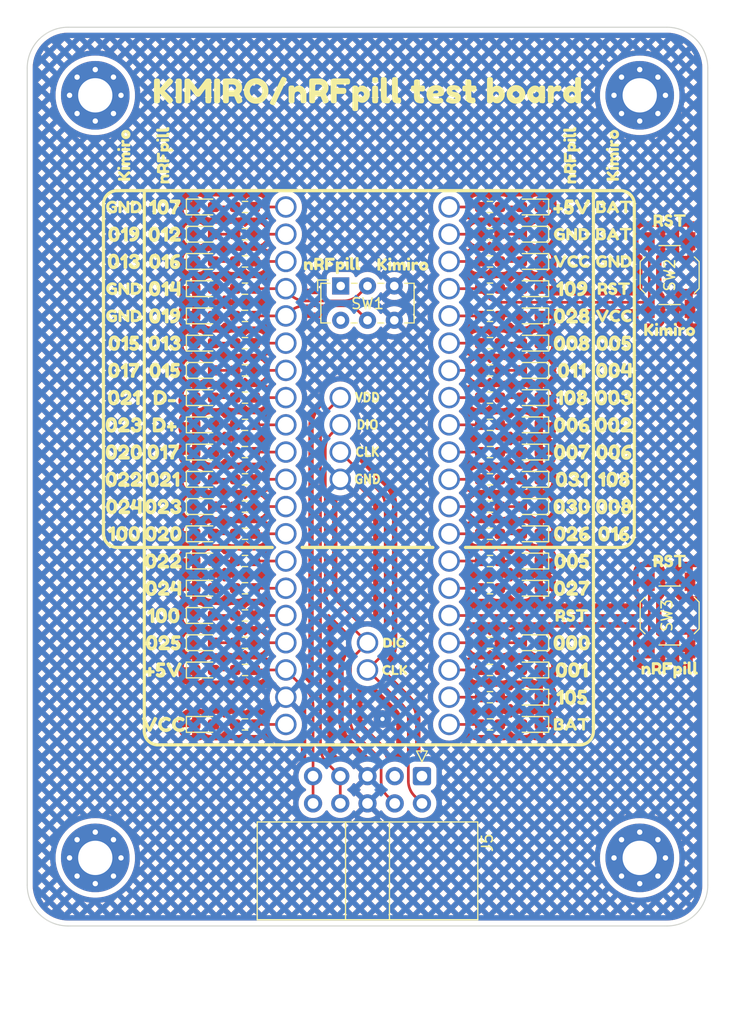
<source format=kicad_pcb>
(kicad_pcb (version 20211014) (generator pcbnew)
  (layers (0 "F.Cu" signal) (31 "B.Cu" signal) (34 "B.Paste" user) (35 "F.Paste" user) (36 "B.SilkS" user "B.Silkscreen") (37 "F.SilkS" user "F.Silkscreen") (38 "B.Mask" user) (39 "F.Mask" user) (44 "Edge.Cuts" user))
  (net 0 "")
  (net 5 "GND")
  (net 6 "Net-(D3-Pad2)")
  (net 7 "Net-(D5-Pad2)")
  (net 8 "Net-(D10-Pad2)")
  (net 9 "Net-(D11-Pad2)")
  (net 10 "Net-(D12-Pad2)")
  (net 11 "Net-(D13-Pad2)")
  (net 12 "Net-(D14-Pad2)")
  (net 13 "Net-(D15-Pad2)")
  (net 14 "Net-(D16-Pad2)")
  (net 15 "Net-(D17-Pad2)")
  (net 16 "Net-(D18-Pad2)")
  (net 17 "Net-(D19-Pad2)")
  (net 18 "Net-(D20-Pad2)")
  (net 19 "Net-(D21-Pad2)")
  (net 20 "Net-(D22-Pad2)")
  (net 21 "Net-(D23-Pad2)")
  (net 22 "Net-(D24-Pad2)")
  (net 23 "Net-(D25-Pad2)")
  (net 24 "Net-(D26-Pad2)")
  (net 25 "RST")
  (net 26 "SWCLK")
  (net 27 "SWDIO")
  (net 28 "+3V3")
  (net 29 "+5V")
  (net 30 "Net-(D1-Pad2)")
  (net 31 "RST_kimiro")
  (net 32 "RST_nRFpill")
  (net 33 "Net-(D2-Pad2)")
  (net 34 "Net-(D4-Pad2)")
  (net 35 "Net-(D6-Pad2)")
  (net 36 "Net-(D7-Pad2)")
  (net 37 "Net-(D8-Pad2)")
  (net 38 "Net-(D9-Pad2)")
  (net 39 "Net-(D27-Pad2)")
  (net 40 "Net-(D28-Pad2)")
  (net 41 "Net-(D29-Pad2)")
  (net 42 "Net-(D30-Pad2)")
  (net 43 "Net-(D31-Pad2)")
  (net 44 "Net-(D32-Pad2)")
  (net 45 "Net-(D33-Pad2)")
  (net 46 "Net-(D34-Pad2)")
  (net 47 "Net-(D35-Pad2)")
  (net 48 "Net-(D36-Pad2)")
  (net 49 "Net-(D37-Pad2)")
  (net 50 "Net-(D38-Pad2)")
  (net 51 "Net-(J3-Pad1)")
  (net 52 "Net-(J3-Pad2)")
  (net 53 "Net-(J3-Pad3)")
  (net 54 "Net-(J3-Pad4)")
  (net 55 "Net-(J3-Pad5)")
  (net 56 "Net-(J3-Pad6)")
  (net 57 "Net-(J3-Pad7)")
  (net 58 "Net-(J3-Pad8)")
  (net 59 "Net-(J3-Pad9)")
  (net 60 "Net-(J3-Pad10)")
  (net 61 "Net-(J3-Pad11)")
  (net 62 "Net-(J3-Pad12)")
  (net 63 "Net-(J3-Pad13)")
  (net 64 "Net-(J3-Pad14)")
  (net 65 "Net-(J3-Pad15)")
  (net 66 "Net-(J3-Pad16)")
  (net 67 "Net-(J3-Pad17)")
  (net 68 "Net-(J3-Pad20)")
  (net 69 "Net-(J4-Pad1)")
  (net 70 "Net-(J4-Pad2)")
  (net 71 "Net-(J4-Pad3)")
  (net 72 "Net-(J4-Pad5)")
  (net 73 "Net-(J4-Pad6)")
  (net 74 "Net-(J4-Pad7)")
  (net 75 "Net-(J4-Pad8)")
  (net 76 "Net-(J4-Pad9)")
  (net 77 "Net-(J4-Pad10)")
  (net 78 "Net-(J4-Pad11)")
  (net 79 "Net-(J4-Pad12)")
  (net 80 "Net-(J4-Pad13)")
  (net 81 "Net-(J4-Pad14)")
  (net 82 "Net-(J4-Pad15)")
  (net 83 "Net-(J4-Pad17)")
  (net 84 "Net-(J4-Pad18)")
  (net 85 "Net-(J4-Pad19)")
  (net 86 "Net-(J4-Pad20)")
  (footprint "Library:LED_0603_1608Metric_Pad1.05x0.95mm_HandSolder" (layer "F.Cu") (at 67.31 36.83)
    (fp_text reference "D3")
    (fp_text value "019")
  )
  (footprint "Library:LED_0603_1608Metric_Pad1.05x0.95mm_HandSolder" (layer "F.Cu") (at 67.31 74.93)
    (fp_text reference "D32")
    (fp_text value "025")
  )
  (footprint "Library:R_0603_1608Metric_Pad0.98x0.95mm_HandSolder" (layer "F.Cu") (at 93.98 69.85 180)
    (fp_text reference "R30")
    (fp_text value "10k")
  )
  (footprint "Library:R_0603_1608Metric_Pad0.98x0.95mm_HandSolder" (layer "F.Cu") (at 71.12 52.07 180)
    (fp_text reference "R15")
    (fp_text value "10k")
  )
  (footprint "Library:PinHeader_1x04_P2.54mm_Vertical" (layer "F.Cu") (at 82.55 72.39)
    (fp_text reference "J2")
    (fp_text value " ")
  )
  (footprint "kibuzzard-62E8BA80" (layer "F.Cu") (at 110.744 45.72)
    (fp_text reference "kibuzzard-62E8BA80" hide)
    (fp_text value "G***" hide)
  )
  (footprint "Library:PinHeader_1x04_P2.54mm_Vertical" (layer "F.Cu") (at 80.01 52.07)
    (fp_text reference "J1")
    (fp_text value " ")
  )
  (footprint "Library:R_0603_1608Metric_Pad0.98x0.95mm_HandSolder" (layer "F.Cu") (at 93.98 54.61)
    (fp_text reference "R18")
    (fp_text value "10k")
  )
  (footprint "kibuzzard-62FFA950" (layer "F.Cu") (at 101.6 67.31)
    (fp_text reference "kibuzzard-62FFA950" hide)
    (fp_text value "G***" hide)
  )
  (footprint "kibuzzard-62FFA9DB" (layer "F.Cu") (at 59.817 36.83)
    (fp_text reference "kibuzzard-62FFA9DB" hide)
    (fp_text value "G***" hide)
  )
  (footprint "kibuzzard-62E8C671" (layer "F.Cu") (at 85.852 39.624)
    (fp_text reference "kibuzzard-62E8C671" hide)
    (fp_text value "G***" hide)
  )
  (footprint "kibuzzard-62FFAA85" (layer "F.Cu") (at 105.537 39.37)
    (fp_text reference "kibuzzard-62FFAA85" hide)
    (fp_text value "G***" hide)
  )
  (footprint "kibuzzard-62FFA831" (layer "F.Cu") (at 63.5 62.23)
    (fp_text reference "kibuzzard-62FFA831" hide)
    (fp_text value "G***" hide)
  )
  (footprint "kibuzzard-62FFA81E" (layer "F.Cu") (at 63.5 57.15)
    (fp_text reference "kibuzzard-62FFA81E" hide)
    (fp_text value "G***" hide)
  )
  (footprint "Library:R_0603_1608Metric_Pad0.98x0.95mm_HandSolder" (layer "F.Cu") (at 93.98 74.93 180)
    (fp_text reference "R33")
    (fp_text value "10k")
  )
  (footprint "kibuzzard-62FFA95A" (layer "F.Cu") (at 101.6 69.85)
    (fp_text reference "kibuzzard-62FFA95A" hide)
    (fp_text value "G***" hide)
  )
  (footprint "kibuzzard-62FFA91D" (layer "F.Cu") (at 101.6 57.15)
    (fp_text reference "kibuzzard-62FFA91D" hide)
    (fp_text value "G***" hide)
  )
  (footprint "Library:R_0603_1608Metric_Pad0.98x0.95mm_HandSolder" (layer "F.Cu") (at 71.12 49.53 180)
    (fp_text reference "R13")
    (fp_text value "10k")
  )
  (footprint "kibuzzard-62FFAB6D" (layer "F.Cu") (at 85.09 77.47)
    (fp_text reference "kibuzzard-62FFAB6D" hide)
    (fp_text value "G***" hide)
  )
  (footprint "kibuzzard-62E8BA68" (layer "F.Cu") (at 110.744 35.56)
    (fp_text reference "kibuzzard-62E8BA68" hide)
    (fp_text value "G***" hide)
  )
  (footprint "Library:LED_0603_1608Metric_Pad1.05x0.95mm_HandSolder" (layer "F.Cu") (at 97.79 36.83 180)
    (fp_text reference "D4")
    (fp_text value "RAW")
  )
  (footprint "kibuzzard-62FFA9FF" (layer "F.Cu") (at 59.817 44.45)
    (fp_text reference "kibuzzard-62FFA9FF" hide)
    (fp_text value "G***" hide)
  )
  (footprint "Library:R_0603_1608Metric_Pad0.98x0.95mm_HandSolder" (layer "F.Cu") (at 71.12 82.55 180)
    (fp_text reference "R37")
    (fp_text value "10k")
  )
  (footprint "kibuzzard-62FFA865" (layer "F.Cu") (at 63.5 74.93)
    (fp_text reference "kibuzzard-62FFA865" hide)
    (fp_text value "G***" hide)
  )
  (footprint "kibuzzard-62FFAA2C" (layer "F.Cu") (at 59.817 54.61)
    (fp_text reference "kibuzzard-62FFAA2C" hide)
    (fp_text value "G***" hide)
  )
  (footprint "kibuzzard-62FFA83C" (layer "F.Cu") (at 63.5 64.77)
    (fp_text reference "kibuzzard-62FFA83C" hide)
    (fp_text value "G***" hide)
  )
  (footprint "Library:R_0603_1608Metric_Pad0.98x0.95mm_HandSolder" (layer "F.Cu") (at 71.12 44.45 180)
    (fp_text reference "R9")
    (fp_text value "10k")
  )
  (footprint "Library:R_0603_1608Metric_Pad0.98x0.95mm_HandSolder" (layer "F.Cu") (at 93.98 49.53)
    (fp_text reference "R14")
    (fp_text value "10k")
  )
  (footprint "kibuzzard-62FFA7D6" (layer "F.Cu") (at 63.627 39.37)
    (fp_text reference "kibuzzard-62FFA7D6" hide)
    (fp_text value "G***" hide)
  )
  (footprint "kibuzzard-62FFA982" (layer "F.Cu") (at 101.6 80.01)
    (fp_text reference "kibuzzard-62FFA982" hide)
    (fp_text value "G***" hide)
  )
  (footprint "Library:R_0603_1608Metric_Pad0.98x0.95mm_HandSolder" (layer "F.Cu") (at 71.12 62.23 180)
    (fp_text reference "R23")
    (fp_text value "10k")
  )
  (footprint "Library:LED_0603_1608Metric_Pad1.05x0.95mm_HandSolder" (layer "F.Cu") (at 97.79 64.77 180)
    (fp_text reference "D26")
    (fp_text value "016")
  )
  (footprint "kibuzzard-62FFAA68" (layer "F.Cu") (at 101.6 39.37)
    (fp_text reference "kibuzzard-62FFAA68" hide)
    (fp_text value "G***" hide)
  )
  (footprint "kibuzzard-62E8B981" (layer "F.Cu") (at 101.6 29.464 90)
    (fp_text reference "kibuzzard-62E8B981" hide)
    (fp_text value "G***" hide)
  )
  (footprint "Library:LED_0603_1608Metric_Pad1.05x0.95mm_HandSolder" (layer "F.Cu") (at 97.79 52.07 180)
    (fp_text reference "D16")
    (fp_text value "003")
  )
  (footprint "kibuzzard-62FFAA11" (layer "F.Cu") (at 59.817 46.99)
    (fp_text reference "kibuzzard-62FFAA11" hide)
    (fp_text value "G***" hide)
  )
  (footprint "Library:LED_0603_1608Metric_Pad1.05x0.95mm_HandSolder" (layer "F.Cu") (at 67.31 39.37)
    (fp_text reference "D5")
    (fp_text value "013")
  )
  (footprint "Library:R_0603_1608Metric_Pad0.98x0.95mm_HandSolder" (layer "F.Cu") (at 93.98 57.15)
    (fp_text reference "R20")
    (fp_text value "10k")
  )
  (footprint "kibuzzard-62FFAAE6" (layer "F.Cu") (at 105.537 62.23)
    (fp_text reference "kibuzzard-62FFAAE6" hide)
    (fp_text value "G***" hide)
  )
  (footprint "Library:R_0603_1608Metric_Pad0.98x0.95mm_HandSolder" (layer "F.Cu") (at 93.98 34.29 180)
    (fp_text reference "R2")
    (fp_text value "10k")
  )
  (footprint "Library:LED_0603_1608Metric_Pad1.05x0.95mm_HandSolder" (layer "F.Cu") (at 97.79 54.61 180)
    (fp_text reference "D18")
    (fp_text value "002")
  )
  (footprint "Library:LED_0603_1608Metric_Pad1.05x0.95mm_HandSolder" (layer "F.Cu") (at 67.31 77.47)
    (fp_text reference "D34")
    (fp_text value "5V")
  )
  (footprint "kibuzzard-62FFA82A" (layer "F.Cu") (at 63.5 59.69)
    (fp_text reference "kibuzzard-62FFA82A" hide)
    (fp_text value "G***" hide)
  )
  (footprint "Library:LED_0603_1608Metric_Pad1.05x0.95mm_HandSolder" (layer "F.Cu") (at 97.79 59.69 180)
    (fp_text reference "D22")
    (fp_text value "108")
  )
  (footprint "Library:LED_0603_1608Metric_Pad1.05x0.95mm_HandSolder" (layer "F.Cu") (at 67.31 67.31)
    (fp_text reference "D27")
    (fp_text value "022")
  )
  (footprint "kibuzzard-62FFAA07" (layer "F.Cu") (at 59.817 41.91)
    (fp_text reference "kibuzzard-62FFAA07" hide)
    (fp_text value "G***" hide)
  )
  (footprint "kibuzzard-62FFA8DA" (layer "F.Cu") (at 101.6 41.91)
    (fp_text reference "kibuzzard-62FFA8DA" hide)
    (fp_text value "G***" hide)
  )
  (footprint "kibuzzard-62FFA8B7" (layer "F.Cu") (at 101.6 34.29)
    (fp_text reference "kibuzzard-62FFA8B7" hide)
    (fp_text value "G***" hide)
  )
  (footprint "kibuzzard-62E8CAF6" (layer "F.Cu") (at 82.55 23.749)
    (fp_text reference "kibuzzard-62E8CAF6" hide)
    (fp_text value "G***" hide)
  )
  (footprint "Library:LED_0603_1608Metric_Pad1.05x0.95mm_HandSolder" (layer "F.Cu") (at 67.31 69.85)
    (fp_text reference "D29")
    (fp_text value "024")
  )
  (footprint "kibuzzard-62FFA86F" (layer "F.Cu") (at 63.5 77.47)
    (fp_text reference "kibuzzard-62FFA86F" hide)
    (fp_text value "G***" hide)
  )
  (footprint "kibuzzard-62FFA9EA" (layer "F.Cu") (at 59.817 39.37)
    (fp_text reference "kibuzzard-62FFA9EA" hide)
    (fp_text value "G***" hide)
  )
  (footprint "kibuzzard-62FFA93D" (layer "F.Cu") (at 101.6 62.23)
    (fp_text reference "kibuzzard-62FFA93D" hide)
    (fp_text value "G***" hide)
  )
  (footprint "kibuzzard-62FFAB1C" (layer "F.Cu") (at 101.6 72.39)
    (fp_text reference "kibuzzard-62FFAB1C" hide)
    (fp_text value "G***" hide)
  )
  (footprint "kibuzzard-62FFAAB5" (layer "F.Cu") (at 105.537 49.53)
    (fp_text reference "kibuzzard-62FFAAB5" hide)
    (fp_text value "G***" hide)
  )
  (footprint "Library:LED_0603_1608Metric_Pad1.05x0.95mm_HandSolder" (layer "F.Cu") (at 97.79 41.91 180)
    (fp_text reference "D8")
    (fp_text value "109")
  )
  (footprint "Library:R_0603_1608Metric_Pad0.98x0.95mm_HandSolder" (layer "F.Cu") (at 71.12 67.31 180)
    (fp_text reference "R27")
    (fp_text value "10k")
  )
  (footprint "Library:R_0603_1608Metric_Pad0.98x0.95mm_HandSolder" (layer "F.Cu") (at 71.12 39.37 180)
    (fp_text reference "R5")
    (fp_text value "10k")
  )
  (footprint "kibuzzard-62FFA80D" (layer "F.Cu") (at 63.627 52.07)
    (fp_text reference "kibuzzard-62FFA80D" hide)
    (fp_text value "G***" hide)
  )
  (footprint "kibuzzard-62FFA945" (layer "F.Cu") (at 101.6 64.77)
    (fp_text reference "kibuzzard-62FFA945" hide)
    (fp_text value "G***" hide)
  )
  (footprint "Library:LED_0603_1608Metric_Pad1.05x0.95mm_HandSolder" (layer "F.Cu") (at 67.31 59.69)
    (fp_text reference "D21")
    (fp_text value "022")
  )
  (footprint "kibuzzard-62FFA6E2" (layer "F.Cu") (at 63.627 34.29)
    (fp_text reference "kibuzzard-62FFA6E2" hide)
    (fp_text value "G***" hide)
  )
  (footprint "Library:R_0603_1608Metric_Pad0.98x0.95mm_HandSolder" (layer "F.Cu") (at 71.12 69.85 180)
    (fp_text reference "R29")
    (fp_text value "10k")
  )
  (footprint "Library:LED_0603_1608Metric_Pad1.05x0.95mm_HandSolder" (layer "F.Cu") (at 67.31 57.15)
    (fp_text reference "D19")
    (fp_text value "020")
  )
  (footprint "kibuzzard-62FFAA07" (layer "F.Cu") (at 59.817 34.29)
    (fp_text reference "kibuzzard-62FFAA07" hide)
    (fp_text value "G***" hide)
  )
  (footprint "kibuzzard-62FFA976" (layer "F.Cu") (at 101.6 77.47)
    (fp_text reference "kibuzzard-62FFA976" hide)
    (fp_text value "G***" hide)
  )
  (footprint "Library:R_0603_1608Metric_Pad0.98x0.95mm_HandSolder" (layer "F.Cu") (at 93.98 44.45)
    (fp_text reference "R10")
    (fp_text value "10k")
  )
  (footprint "Library:R_0603_1608Metric_Pad0.98x0.95mm_HandSolder" (layer "F.Cu") (at 71.12 46.99 180)
    (fp_text reference "R11")
    (fp_text value "10k")
  )
  (footprint "Library:LED_0603_1608Metric_Pad1.05x0.95mm_HandSolder" (layer "F.Cu") (at 67.31 72.39)
    (fp_text reference "D31")
    (fp_text value "100")
  )
  (footprint "kibuzzard-62FFAA21" (layer "F.Cu") (at 59.817 52.07)
    (fp_text reference "kibuzzard-62FFAA21" hide)
    (fp_text value "G***" hide)
  )
  (footprint "Library:R_0603_1608Metric_Pad0.98x0.95mm_HandSolder" (layer "F.Cu") (at 93.98 67.31 180)
    (fp_text reference "R28")
    (fp_text value "10k")
  )
  (footprint "Library:LED_0603_1608Metric_Pad1.05x0.95mm_HandSolder" (layer "F.Cu") (at 67.31 46.99)
    (fp_text reference "D11")
    (fp_text value "015")
  )
  (footprint "Library:LED_0603_1608Metric_Pad1.05x0.95mm_HandSolder" (layer "F.Cu") (at 97.79 49.53 180)
    (fp_text reference "D14")
    (fp_text value "004")
  )
  (footprint "Connector_IDC:IDC-Header_2x05_P2.54mm_Horizontal" (layer "F.Cu") (at 87.63 87.376 -90)
    (fp_text reference "J5")
    (fp_text value " ")
  )
  (footprint "Library:R_0603_1608Metric_Pad0.98x0.95mm_HandSolder" (layer "F.Cu") (at 93.98 41.91 180)
    (fp_text reference "R8")
    (fp_text value "10k")
  )
  (footprint "Library:R_0603_1608Metric_Pad0.98x0.95mm_HandSolder" (layer "F.Cu") (at 93.98 62.23)
    (fp_text reference "R24")
    (fp_text value "10k")
  )
  (footprint "Library:LED_0603_1608Metric_Pad1.05x0.95mm_HandSolder" (layer "F.Cu") (at 97.79 44.45 180)
    (fp_text reference "D10")
    (fp_text value "VCC")
  )
  (footprint "Library:LED_0603_1608Metric_Pad1.05x0.95mm_HandSolder" (layer "F.Cu") (at 97.79 69.85 180)
    (fp_text reference "D30")
    (fp_text value "027")
  )
  (footprint "Library:R_0603_1608Metric_Pad0.98x0.95mm_HandSolder" (layer "F.Cu") (at 93.98 39.37 180)
    (fp_text reference "R6")
    (fp_text value "10k")
  )
  (footprint "Library:LED_0603_1608Metric_Pad1.05x0.95mm_HandSolder" (layer "F.Cu") (at 67.31 62.23)
    (fp_text reference "D23")
    (fp_text value "024")
  )
  (footprint "Library:LED_0603_1608Metric_Pad1.05x0.95mm_HandSolder" (layer "F.Cu") (at 97.79 57.15 180)
    (fp_text reference "D20")
    (fp_text value "006")
  )
  (footprint "Library:LED_0603_1608Metric_Pad1.05x0.95mm_HandSolder" (layer "F.Cu") (at 97.79 74.93 180)
    (fp_text reference "D33")
    (fp_text value "000")
  )
  (footprint "Library:LED_0603_1608Metric_Pad1.05x0.95mm_HandSolder" (layer "F.Cu") (at 97.79 82.55 180)
    (fp_text reference "D38")
    (fp_text value "VBAT")
  )
  (footprint "Library:R_0603_1608Metric_Pad0.98x0.95mm_HandSolder" (layer "F.Cu") (at 71.12 34.29 180)
    (fp_text reference "R1")
    (fp_text value "10k")
  )
  (footprint "Library:R_0603_1608Metric_Pad0.98x0.95mm_HandSolder" (layer "F.Cu") (at 93.98 64.77)
    (fp_text reference "R26")
    (fp_text value "10k")
  )
  (footprint "Library:R_0603_1608Metric_Pad0.98x0.95mm_HandSolder" (layer "F.Cu") (at 93.953 36.83 180)
    (fp_text reference "R4")
    (fp_text value "10k")
  )
  (footprint "kibuzzard-62FFA912" (layer "F.Cu") (at 101.6 54.61)
    (fp_text reference "kibuzzard-62FFA912" hide)
    (fp_text value "G***" hide)
  )
  (footprint "kibuzzard-62FFAA3C" (layer "F.Cu") (at 59.817 59.69)
    (fp_text reference "kibuzzard-62FFAA3C" hide)
    (fp_text value "G***" hide)
  )
  (footprint "Library:LED_0603_1608Metric_Pad1.05x0.95mm_HandSolder" (layer "F.Cu") (at 67.31 49.53)
    (fp_text reference "D13")
    (fp_text value "017")
  )
  (footprint "Library:R_0603_1608Metric_Pad0.98x0.95mm_HandSolder" (layer "F.Cu") (at 71.12 54.61 180)
    (fp_text reference "R17")
    (fp_text value "10k")
  )
  (footprint "Library:R_0603_1608Metric_Pad0.98x0.95mm_HandSolder" (layer "F.Cu") (at 93.98 46.99)
    (fp_text reference "R12")
    (fp_text value "10k")
  )
  (footprint "kibuzzard-62FFA7C6" (layer "F.Cu") (at 63.627 36.83)
    (fp_text reference "kibuzzard-62FFA7C6" hide)
    (fp_text value "G***" hide)
  )
  (footprint "Library:R_0603_1608Metric_Pad0.98x0.95mm_HandSolder" (layer "F.Cu") (at 93.98 82.55 180)
    (fp_text reference "R38")
    (fp_text value "10k")
  )
  (footprint "kibuzzard-62FFAA92" (layer "F.Cu") (at 105.537 41.91)
    (fp_text reference "kibuzzard-62FFAA92" hide)
    (fp_text value "G***" hide)
  )
  (footprint "Library:LED_0603_1608Metric_Pad1.05x0.95mm_HandSolder" (layer "F.Cu") (at 97.79 62.23 180)
    (fp_text reference "D24")
    (fp_text value "008")
  )
  (footprint "Library:LED_0603_1608Metric_Pad1.05x0.95mm_HandSolder" (layer "F.Cu") (at 97.79 80.01 180)
    (fp_text reference "D36")
    (fp_text value "105")
  )
  (footprint "kibuzzard-62FFA878" (layer "F.Cu") (at 63.5 82.55)
    (fp_text reference "kibuzzard-62FFA878" hide)
    (fp_text value "G***" hide)
  )
  (footprint "Library:LED_0603_1608Metric_Pad1.05x0.95mm_HandSolder" (layer "F.Cu") (at 97.79 67.31 180)
    (fp_text reference "D28")
    (fp_text value "005")
  )
  (footprint "Library:LED_0603_1608Metric_Pad1.05x0.95mm_HandSolder" (layer "F.Cu") (at 97.79 34.29 180)
    (fp_text reference "D2")
    (fp_text value "5V")
  )
  (footprint "kibuzzard-62E8BA68" (layer "F.Cu") (at 110.744 67.31)
    (fp_text reference "kibuzzard-62E8BA68" hide)
    (fp_text value "G***" hide)
  )
  (footprint "Library:R_0603_1608Metric_Pad0.98x0.95mm_HandSolder" (layer "F.Cu") (at 71.12 77.47 180)
    (fp_text reference "R34")
    (fp_text value "10k")
  )
  (footprint "kibuzzard-62FFA971" (layer "F.Cu") (at 101.6 74.93)
    (fp_text reference "kibuzzard-62FFA971" hide)
    (fp_text value "G***" hide)
  )
  (footprint "Library:R_0603_1608Metric_Pad0.98x0.95mm_HandSolder" (layer "F.Cu") (at 93.98 80.01 180)
    (fp_text reference "R36")
    (fp_text value "10k")
  )
  (footprint "Button_Switch_THT:SW_E-Switch_EG1271_DPDT" (layer "F.Cu") (at 80.05 41.656)
    (fp_text reference "SW1")
    (fp_text value "SW_DPDT_x2")
  )
  (footprint "kibuzzard-62FFA7E0" (layer "F.Cu") (at 63.627 41.91)
    (fp_text reference "kibuzzard-62FFA7E0" hide)
    (fp_text value "G***" hide)
  )
  (footprint "Library:LED_0603_1608Metric_Pad1.05x0.95mm_HandSolder" (layer "F.Cu") (at 67.31 44.45)
    (fp_text reference "D9")
    (fp_text value "013")
  )
  (footprint "kibuzzard-62E8B981" (layer "F.Cu") (at 63.627 29.464 90)
    (fp_text reference "kibuzzard-62E8B981" hide)
    (fp_text value "G***" hide)
  )
  (footprint "kibuzzard-62FFA7F8" (layer "F.Cu") (at 63.627 46.99)
    (fp_text reference "kibuzzard-62FFA7F8" hide)
    (fp_text value "G***" hide)
  )
  (footprint "Library:R_0603_1608Metric_Pad0.98x0.95mm_HandSolder" (layer "F.Cu") (at 93.98 59.69)
    (fp_text reference "R22")
    (fp_text value "10k")
  )
  (footprint "kibuzzard-62FFAA5B" (layer "F.Cu") (at 105.537 36.83)
    (fp_text reference "kibuzzard-62FFAA5B" hide)
    (fp_text value "G***" hide)
  )
  (footprint "Library:R_0603_1608Metric_Pad0.98x0.95mm_HandSolder" (layer "F.Cu") (at 93.98 52.07)
    (fp_text reference "R16")
    (fp_text value "10k")
  )
  (footprint "MountingHole:MountingHole_3.2mm_M3_Pad_Via" (layer "F.Cu") (at 107.95 94.996)
    (fp_text reference "H4")
    (fp_text value " ")
  )
  (footprint "kibuzzard-62FFAACE" (layer "F.Cu") (at 105.537 54.61)
    (fp_text reference "kibuzzard-62FFAACE" hide)
    (fp_text value "G***" hide)
  )
  (footprint "kibuzzard-62FFAA62" (layer "F.Cu") (at 101.6 36.83)
    (fp_text reference "kibuzzard-62FFAA62" hide)
    (fp_text value "G***" hide)
  )
  (footprint "kibuzzard-62FFAA36" (layer "F.Cu") (at 59.817 57.15)
    (fp_text reference "kibuzzard-62FFAA36" hide)
    (fp_text value "G***" hide)
  )
  (footprint "kibuzzard-62FFAA9F" (layer "F.Cu") (at 105.537 44.45)
    (fp_text reference "kibuzzard-62FFAA9F" hide)
    (fp_text value "G***" hide)
  )
  (footprint "kibuzzard-62FFAAE1" (layer "F.Cu") (at 105.537 59.69)
    (fp_text reference "kibuzzard-62FFAAE1" hide)
    (fp_text value "G***" hide)
  )
  (footprint "kibuzzard-62FFA850" (layer "F.Cu") (at 63.5 69.85)
    (fp_text reference "kibuzzard-62FFA850" hide)
    (fp_text value "G***" hide)
  )
  (footprint "kibuzzard-62FFAAC5" (layer "F.Cu") (at 105.537 52.07)
    (fp_text reference "kibuzzard-62FFAAC5" hide)
    (fp_text value "G***" hide)
  )
  (footprint "Library:LED_0603_1608Metric_Pad1.05x0.95mm_HandSolder" (layer "F.Cu") (at 97.79 77.47 180)
    (fp_text reference "D35")
    (fp_text value "001")
  )
  (footprint "Library:R_0603_1608Metric_Pad0.98x0.95mm_HandSolder" (layer "F.Cu") (at 71.12 41.91 180)
    (fp_text reference "R7")
    (fp_text value "10k")
  )
  (footprint "kibuzzard-62FFA800" (layer "F.Cu") (at 63.627 49.53)
    (fp_text reference "kibuzzard-62FFA800" hide)
    (fp_text value "G***" hide)
  )
  (footprint "kibuzzard-62FFAAAB" (layer "F.Cu") (at 105.537 46.99)
    (fp_text reference "kibuzzard-62FFAAAB" hide)
    (fp_text value "G***" hide)
  )
  (footprint "Library:R_0603_1608Metric_Pad0.98x0.95mm_HandSolder" (layer "F.Cu") (at 71.12 64.77 180)
    (fp_text reference "R25")
    (fp_text value "10k")
  )
  (footprint "Library:R_0603_1608Metric_Pad0.98x0.95mm_HandSolder" (layer "F.Cu") (at 71.12 72.39 180)
    (fp_text reference "R31")
    (fp_text value "10k")
  )
  (footprint "Library:LED_0603_1608Metric_Pad1.05x0.95mm_HandSolder" (layer "F.Cu") (at 67.31 54.61)
    (fp_text reference "D17")
    (fp_text value "023")
  )
  (footprint "kibuzzard-62FFA8F8" (layer "F.Cu") (at 101.6 49.53)
    (fp_text reference "kibuzzard-62FFA8F8" hide)
    (fp_text value "G***" hide)
  )
  (footprint "Library:R_0603_1608Metric_Pad0.98x0.95mm_HandSolder" (layer "F.Cu") (at 71.12 74.93 180)
    (fp_text reference "R32")
    (fp_text value "10k")
  )
  (footprint "kibuzzard-62FFA928" (layer "F.Cu") (at 101.6 59.69)
    (fp_text reference "kibuzzard-62FFA928" hide)
    (fp_text value "G***" hide)
  )
  (footprint "kibuzzard-62FFAA43" (layer "F.Cu") (at 59.817 62.23)
    (fp_text reference "kibuzzard-62FFAA43" hide)
    (fp_text value "G***" hide)
  )
  (footprint "Library:LED_0603_1608Metric_Pad1.05x0.95mm_HandSolder" (layer "F.Cu") (at 67.31 41.91)
    (fp_text reference "D7")
    (fp_text value "013")
  )
  (footprint "kibuzzard-62FFA905" (layer "F.Cu") (at 101.6 52.07)
    (fp_text reference "kibuzzard-62FFA905" hide)
    (fp_text value "G***" hide)
  )
  (footprint "Library:LED_0603_1608Metric_Pad1.05x0.95mm_HandSolder" (layer "F.Cu") (at 67.31 34.29)
    (fp_text reference "D1")
    (fp_text value "107")
  )
  (footprint "kibuzzard-62FFAAEE" (layer "F.Cu") (at 105.537 64.77)
    (fp_text reference "kibuzzard-62FFAAEE" hide)
    (fp_text value "G***" hide)
  )
  (footprint "kibuzzard-62E8C682" (layer "F.Cu") (at 79.248 39.751)
    (fp_text reference "kibuzzard-62E8C682" hide)
    (fp_text value "G***" hide)
  )
  (footprint "kibuzzard-62FFAA4B" (layer "F.Cu") (at 59.817 64.77)
    (fp_text reference "kibuzzard-62FFAA4B" hide)
    (fp_text value "G***" hide)
  )
  (footprint "MountingHole:MountingHole_3.2mm_M3_Pad_Via" (layer "F.Cu") (at 57.15 23.876)
    (fp_text reference "H2")
    (fp_text value " ")
  )
  (footprint "Library:R_0603_1608Metric_Pad0.98x0.95mm_HandSolder" (layer "F.Cu") (at 71.12 59.69 180)
    (fp_text reference "R21")
    (fp_text value "10k")
  )
  (footprint "Library:R_0603_1608Metric_Pad0.98x0.95mm_HandSolder" (layer "F.Cu") (at 71.12 57.15 180)
    (fp_text reference "R19")
    (fp_text value "10k")
  )
  (footprint "kibuzzard-62FFA857" (layer "F.Cu") (at 63.5 72.39)
    (fp_text reference "kibuzzard-62FFA857" hide)
    (fp_text value "G***" hide)
  )
  (footprint "Library:LED_0603_1608Metric_Pad1.05x0.95mm_HandSolder" (layer "F.Cu") (at 67.31 64.77)
    (fp_text reference "D25")
    (fp_text value "100")
  )
  (footprint "Button_Switch_SMD:SW_SPST_TL3342" (layer "F.Cu") (at 110.744 72.39 90)
    (fp_text reference "SW3")
    (fp_text value "SW_Push")
  )
  (footprint "kibuzzard-62FFA843" (layer "F.Cu") (at 63.5 67.31)
    (fp_text reference "kibuzzard-62FFA843" hide)
    (fp_text value "G***" hide)
  )
  (footprint "Library:R_0603_1608Metric_Pad0.98x0.95mm_HandSolder" (layer "F.Cu") (at 93.98 77.47 180)
    (fp_text reference "R35")
    (fp_text value "10k")
  )
  (footprint "kibuzzard-62E8B9A9" (layer "F.Cu") (at 105.41 29.464 90)
    (fp_text reference "kibuzzard-62E8B9A9" hide)
    (fp_text value "G***" hide)
  )
  (footprint "kibuzzard-62FFAAD6" (layer "F.Cu") (at 105.537 57.15)
    (fp_text reference "kibuzzard-62FFAAD6" hide)
    (fp_text value "G***" hide)
  )
  (footprint "Library:R_0603_1608Metric_Pad0.98x0.95mm_HandSolder" (layer "F.Cu") (at 71.12 36.83 180)
    (fp_text reference "R3")
    (fp_text value "10k")
  )
  (footprint "Library:LED_0603_1608Metric_Pad1.05x0.95mm_HandSolder" (layer "F.Cu") (at 67.31 82.55)
    (fp_text reference "D37")
    (fp_text value "VCC")
  )
  (footprint "kibuzzard-62FFA8E6" (layer "F.Cu") (at 101.6 44.45)
    (fp_text reference "kibuzzard-62FFA8E6" hide)
    (fp_text value "G***" hide)
  )
  (footprint "kibuzzard-62FFAA17" (layer "F.Cu") (at 59.817 49.53)
    (fp_text reference "kibuzzard-62FFAA17" hide)
    (fp_text value "G***" hide)
  )
  (footprint "kibuzzard-62E8BFC7" (layer "F.Cu") (at 110.744 77.47)
    (fp_text reference "kibuzzard-62E8BFC7" hide)
    (fp_text value "G***" hide)
  )
  (footprint "Library:LED_0603_1608Metric_Pad1.05x0.95mm_HandSolder" (layer "F.Cu") (at 67.31 52.07)
    (fp_text reference "D15")
    (fp_text value "021")
  )
  (footprint "MountingHole:MountingHole_3.2mm_M3_Pad_Via" (layer "F.Cu") (at 57.15 94.996)
    (fp_text reference "H3")
    (fp_text value " ")
  )
  (footprint "kibuzzard-62FFA814" (layer "F.Cu") (at 63.627 54.61)
    (fp_text reference "kibuzzard-62FFA814" hide)
    (fp_text value "G***" hide)
  )
  (footprint "kibuzzard-62FFAB5E" (layer "F.Cu") (at 85.09 74.93)
    (fp_text reference "kibuzzard-62FFAB5E" hide)
    (fp_text value "G***" hide)
  )
  (footprint "kibuzzard-62FFAA5B" (layer "F.Cu") (at 105.537 34.29)
    (fp_text reference "kibuzzard-62FFAA5B" hide)
    (fp_text value "G***" hide)
  )
  (footprint "Button_Switch_SMD:SW_SPST_TL3342" (layer "F.Cu") (at 110.744 40.64 90)
    (fp_text reference "SW2")
    (fp_text value "SW_Push")
  )
  (footprint "Library:LED_0603_1608Metric_Pad1.05x0.95mm_HandSolder" (layer "F.Cu") (at 97.79 39.37 180)
    (fp_text reference "D6")
    (fp_text value "VCC")
  )
  (footprint "Library:PinHeader_1x20_P2.54mm_Vertical" (layer "F.Cu") (at 90.17 34.29)
    (fp_text reference "J4")
    (fp_text value "Conn_01x20")
  )
  (footprint "kibuzzard-62FFA8EF" (layer "F.Cu") (at 101.6 46.99)
    (fp_text reference "kibuzzard-62FFA8EF" hide)
    (fp_text value "G***" hide)
  )
  (footprint "kibuzzard-62FFA7ED" (layer "F.Cu") (at 63.627 44.45)
    (fp_text reference "kibuzzard-62FFA7ED" hide)
    (fp_text value "G***" hide)
  )
  (footprint "Library:PinHeader_1x20_P2.54mm_Vertical" (layer "F.Cu") (at 74.93 34.29)
    (fp_text reference "J3")
    (fp_text value "Conn_01x20")
  )
  (footprint "MountingHole:MountingHole_3.2mm_M3_Pad_Via" (layer "F.Cu") (at 107.95 23.876)
    (fp_text reference "H1")
    (fp_text value " ")
  )
  (footprint "Library:LED_0603_1608Metric_Pad1.05x0.95mm_HandSolder" (layer "F.Cu") (at 97.79 46.99 180)
    (fp_text reference "D12")
    (fp_text value "005")
  )
  (footprint "kibuzzard-62FFAB24" (layer "F.Cu") (at 101.6 82.55)
    (fp_text reference "kibuzzard-62FFAB24" hide)
    (fp_text value "G***" hide)
  )
  (footprint "kibuzzard-62E8B9A9" (layer "F.Cu") (at 59.817 29.464 90)
    (fp_text reference "kibuzzard-62E8B9A9" hide)
    (fp_text value "G***" hide)
  )
  (gr_line (start 57.912 34.036) (end 57.912 64.77) (layer "F.SilkS") (width 0.3))
  (gr_line (start 73.66 66.04) (end 59.182 66.04) (layer "F.SilkS") (width 0.3))
  (gr_line (start 59.182 32.766) (end 106.172 32.766) (layer "F.SilkS") (width 0.3))
  (gr_line (start 103.632 32.766) (end 103.632 83.185) (layer "F.SilkS") (width 0.3))
  (gr_arc (start 103.632 83.185) (mid 103.260026 84.083026) (end 102.362 84.455) (layer "F.SilkS") (width 0.3))
  (gr_arc (start 62.992 84.455) (mid 62.093974 84.083026) (end 61.722 83.185) (layer "F.SilkS") (width 0.3))
  (gr_arc (start 106.172 32.766) (mid 107.070026 33.137974) (end 107.442 34.036) (layer "F.SilkS") (width 0.3))
  (gr_line (start 88.646 66.04) (end 76.454 66.04) (layer "F.SilkS") (width 0.3))
  (gr_arc (start 59.182 66.04) (mid 58.283974 65.668026) (end 57.912 64.77) (layer "F.SilkS") (width 0.3))
  (gr_line (start 107.442 34.036) (end 107.442 64.77) (layer "F.SilkS") (width 0.3))
  (gr_line (start 91.694 66.04) (end 106.172 66.04) (layer "F.SilkS") (width 0.3))
  (gr_line (start 102.362 84.455) (end 62.992 84.455) (layer "F.SilkS") (width 0.3))
  (gr_line (start 61.722 32.766) (end 61.722 83.185) (layer "F.SilkS") (width 0.3))
  (gr_arc (start 107.442 64.77) (mid 107.070026 65.668026) (end 106.172 66.04) (layer "F.SilkS") (width 0.3))
  (gr_arc (start 57.912 34.036) (mid 58.283974 33.137974) (end 59.182 32.766) (layer "F.SilkS") (width 0.3))
  (gr_line (start 54.61 17.526) (end 110.49 17.526) (layer "Edge.Cuts") (width 0.1))
  (gr_line (start 114.3 21.336) (end 114.3 97.536) (layer "Edge.Cuts") (width 0.1))
  (gr_line (start 50.8 97.536) (end 50.8 21.336) (layer "Edge.Cuts") (width 0.1))
  (gr_line (start 110.49 101.346) (end 54.61 101.346) (layer "Edge.Cuts") (width 0.1))
  (gr_arc (start 54.61 101.346) (mid 51.915923 100.230077) (end 50.8 97.536) (layer "Edge.Cuts") (width 0.1))
  (gr_arc (start 110.49 17.526) (mid 113.184077 18.641923) (end 114.3 21.336) (layer "Edge.Cuts") (width 0.1))
  (gr_arc (start 114.3 97.536) (mid 113.184077 100.230077) (end 110.49 101.346) (layer "Edge.Cuts") (width 0.1))
  (gr_arc (start 50.8 21.336) (mid 51.915923 18.641923) (end 54.61 17.526) (layer "Edge.Cuts") (width 0.1))
  (gr_text "VDD" (at 82.55 52.07) (layer "F.SilkS") (effects (font (size 0.8 0.8) (thickness 0.2))))
  (gr_text "DIO" (at 82.55 54.61) (layer "F.SilkS") (effects (font (size 0.8 0.8) (thickness 0.2))))
  (gr_text "GND" (at 82.55 59.69) (layer "F.SilkS") (effects (font (size 0.8 0.8) (thickness 0.2))))
  (gr_text "CLK" (at 82.55 57.15) (layer "F.SilkS") (effects (font (size 0.8 0.8) (thickness 0.2))))
  (via (at 83.947 82.042) (size 0.8) (drill 0.4) (layers "F.Cu" "B.Cu") (net 5))
  (segment (start 68.185 36.83) (end 70.2075 36.83) (width 0.25) (layer "F.Cu") (net 6))
  (segment (start 70.2075 39.37) (end 68.185 39.37) (width 0.25) (layer "F.Cu") (net 7))
  (segment (start 96.915 44.45) (end 94.8925 44.45) (width 0.25) (layer "F.Cu") (net 8))
  (segment (start 68.185 46.99) (end 70.2075 46.99) (width 0.25) (layer "F.Cu") (net 9))
  (segment (start 96.915 46.99) (end 94.8925 46.99) (width 0.25) (layer "F.Cu") (net 10))
  (segment (start 70.2075 49.53) (end 68.185 49.53) (width 0.25) (layer "F.Cu") (net 11))
  (segment (start 94.8925 49.53) (end 96.915 49.53) (width 0.25) (layer "F.Cu") (net 12))
  (segment (start 68.185 52.07) (end 70.2075 52.07) (width 0.25) (layer "F.Cu") (net 13))
  (segment (start 96.915 52.07) (end 94.8925 52.07) (width 0.25) (layer "F.Cu") (net 14))
  (segment (start 70.2075 54.61) (end 68.185 54.61) (width 0.25) (layer "F.Cu") (net 15))
  (segment (start 94.8925 54.61) (end 96.915 54.61) (width 0.25) (layer "F.Cu") (net 16))
  (segment (start 68.185 57.15) (end 70.2075 57.15) (width 0.25) (layer "F.Cu") (net 17))
  (segment (start 96.915 57.15) (end 94.8925 57.15) (width 0.25) (layer "F.Cu") (net 18))
  (segment (start 70.2075 59.69) (end 68.185 59.69) (width 0.25) (layer "F.Cu") (net 19))
  (segment (start 94.8925 59.69) (end 96.915 59.69) (width 0.25) (layer "F.Cu") (net 20))
  (segment (start 68.185 62.23) (end 70.2075 62.23) (width 0.25) (layer "F.Cu") (net 21))
  (segment (start 96.915 62.23) (end 94.8925 62.23) (width 0.25) (layer "F.Cu") (net 22))
  (segment (start 70.2075 64.77) (end 68.185 64.77) (width 0.25) (layer "F.Cu") (net 23))
  (segment (start 94.8925 64.77) (end 96.915 64.77) (width 0.25) (layer "F.Cu") (net 24))
  (segment (start 86.36 82.108427) (end 86.36 87.817573) (width 0.25) (layer "F.Cu") (net 26))
  (segment (start 82.55 77.47) (end 85.774214 80.694214) (width 0.25) (layer "F.Cu") (net 26))
  (segment (start 82.55 77.47) (end 83.615214 76.404786) (width 0.25) (layer "F.Cu") (net 26))
  (segment (start 86.945787 89.231787) (end 87.63 89.916) (width 0.25) (layer "F.Cu") (net 26))
  (segment (start 83.615213 60.755213) (end 80.01 57.15) (width 0.25) (layer "F.Cu") (net 26))
  (segment (start 84.201 74.990573) (end 84.201 62.169427) (width 0.25) (layer "F.Cu") (net 26))
  (arc (start 83.615214 76.404786) (mid 84.048759 75.75594) (end 84.201 74.990573) (width 0.25) (layer "F.Cu") (net 26))
  (arc (start 86.36 82.108427) (mid 86.207759 81.34306) (end 85.774214 80.694214) (width 0.25) (layer "F.Cu") (net 26))
  (arc (start 83.615213 60.755213) (mid 84.048759 61.40406) (end 84.201 62.169427) (width 0.25) (layer "F.Cu") (net 26))
  (arc (start 86.945787 89.231787) (mid 86.512241 88.58294) (end 86.36 87.817573) (width 0.25) (layer "F.Cu") (net 26))
  (segment (start 78.613 68.326) (end 78.613 70.164573) (width 0.25) (layer "F.Cu") (net 27))
  (segment (start 83.234213 85.266213) (end 81.547588 83.579588) (width 0.25) (layer "F.Cu") (net 27))
  (segment (start 81.547589 75.932411) (end 82.55 74.93) (width 0.25) (layer "F.Cu") (net 27))
  (segment (start 85.09 89.916) (end 84.405786 89.231786) (width 0.25) (layer "F.Cu") (net 27))
  (segment (start 78.613 68.326) (end 78.613 56.835427) (width 0.25) (layer "F.Cu") (net 27))
  (segment (start 79.198787 71.578787) (end 82.55 74.93) (width 0.25) (layer "F.Cu") (net 27))
  (segment (start 79.198787 55.421213) (end 80.01 54.61) (width 0.25) (layer "F.Cu") (net 27))
  (segment (start 83.82 87.817573) (end 83.82 86.680427) (width 0.25) (layer "F.Cu") (net 27))
  (segment (start 80.961802 82.165375) (end 80.961802 77.346625) (width 0.25) (layer "F.Cu") (net 27))
  (arc (start 79.198787 55.421213) (mid 78.765241 56.07006) (end 78.613 56.835427) (width 0.25) (layer "F.Cu") (net 27))
  (arc (start 78.613 70.164573) (mid 78.765241 70.92994) (end 79.198787 71.578787) (width 0.25) (layer "F.Cu") (net 27))
  (arc (start 83.234213 85.266213) (mid 83.667759 85.91506) (end 83.82 86.680427) (width 0.25) (layer "F.Cu") (net 27))
  (arc (start 81.547589 75.932411) (mid 81.114043 76.581258) (end 80.961802 77.346625) (width 0.25) (layer "F.Cu") (net 27))
  (arc (start 80.961802 82.165375) (mid 81.114043 82.930742) (end 81.547588 83.579588) (width 0.25) (layer "F.Cu") (net 27))
  (arc (start 83.82 87.817573) (mid 83.972241 88.58294) (end 84.405786 89.231786) (width 0.25) (layer "F.Cu") (net 27))
  (segment (start 80.01 87.376) (end 80.01 89.916) (width 0.25) (layer "F.Cu") (net 28))
  (segment (start 80.01 52.07) (end 78.748786 53.331214) (width 0.25) (layer "F.Cu") (net 28))
  (segment (start 78.748787 86.114787) (end 80.01 87.376) (width 0.25) (layer "F.Cu") (net 28))
  (segment (start 78.163 54.745427) (end 78.163 84.700573) (width 0.25) (layer "F.Cu") (net 28))
  (arc (start 78.748787 86.114787) (mid 78.315241 85.46594) (end 78.163 84.700573) (width 0.25) (layer "F.Cu") (net 28))
  (arc (start 78.748786 53.331214) (mid 78.315241 53.98006) (end 78.163 54.745427) (width 0.25) (layer "F.Cu") (net 28))
  (segment (start 74.93 77.47) (end 76.884214 79.424214) (width 0.25) (layer "F.Cu") (net 29))
  (segment (start 77.47 87.376) (end 77.47 89.916) (width 0.25) (layer "F.Cu") (net 29))
  (segment (start 72.0325 77.47) (end 74.93 77.47) (width 0.25) (layer "F.Cu") (net 29))
  (segment (start 77.47 80.838427) (end 77.47 87.376) (width 0.25) (layer "F.Cu") (net 29))
  (arc (start 77.47 80.838427) (mid 77.317759 80.07306) (end 76.884214 79.424214) (width 0.25) (layer "F.Cu") (net 29))
  (segment (start 70.2075 34.29) (end 68.185 34.29) (width 0.25) (layer "F.Cu") (net 30))
  (segment (start 108.844 43.79) (end 108.844 43.566) (width 0.25) (layer "F.Cu") (net 31))
  (segment (start 108.844 43.566) (end 108.458 43.18) (width 0.25) (layer "F.Cu") (net 31))
  (segment (start 93.0675 41.91) (end 90.17 41.91) (width 0.25) (layer "F.Cu") (net 31))
  (segment (start 93.0675 42.0135) (end 93.648214 42.594214) (width 0.25) (layer "F.Cu") (net 31))
  (segment (start 95.062427 43.18) (end 108.458 43.18) (width 0.25) (layer "F.Cu") (net 31))
  (segment (start 93.0675 41.91) (end 93.0675 42.0135) (width 0.25) (layer "F.Cu") (net 31))
  (segment (start 108.844 43.79) (end 108.844 37.49) (width 0.25) (layer "F.Cu") (net 31))
  (arc (start 95.062427 43.18) (mid 94.29706 43.027759) (end 93.648214 42.594214) (width 0.25) (layer "F.Cu") (net 31))
  (segment (start 108.844 72.268) (end 108.722 72.39) (width 0.25) (layer "F.Cu") (net 32))
  (segment (start 108.844 69.24) (end 108.844 72.258) (width 0.25) (layer "F.Cu") (net 32))
  (segment (start 108.844 72.258) (end 108.844 72.512) (width 0.25) (layer "F.Cu") (net 32))
  (segment (start 108.722 72.39) (end 108.844 72.512) (width 0.25) (layer "F.Cu") (net 32))
  (segment (start 108.844 72.512) (end 108.844 75.54) (width 0.25) (layer "F.Cu") (net 32))
  (segment (start 90.17 72.39) (end 108.722 72.39) (width 0.25) (layer "F.Cu") (net 32))
  (segment (start 108.844 72.258) (end 108.844 72.268) (width 0.25) (layer "F.Cu") (net 32))
  (segment (start 96.915 34.29) (end 94.8925 34.29) (width 0.25) (layer "F.Cu") (net 33))
  (segment (start 96.915 36.83) (end 94.8655 36.83) (width 0.25) (layer "F.Cu") (net 34))
  (segment (start 96.915 39.37) (end 94.8925 39.37) (width 0.25) (layer "F.Cu") (net 35))
  (segment (start 70.2075 41.91) (end 68.185 41.91) (width 0.25) (layer "F.Cu") (net 36))
  (segment (start 96.915 41.91) (end 94.8925 41.91) (width 0.25) (layer "F.Cu") (net 37))
  (segment (start 70.2075 44.45) (end 68.185 44.45) (width 0.25) (layer "F.Cu") (net 38))
  (segment (start 70.2075 67.31) (end 68.185 67.31) (width 0.25) (layer "F.Cu") (net 39))
  (segment (start 96.915 67.31) (end 94.8925 67.31) (width 0.25) (layer "F.Cu") (net 40))
  (segment (start 70.2075 69.85) (end 68.185 69.85) (width 0.25) (layer "F.Cu") (net 41))
  (segment (start 96.915 69.85) (end 94.8925 69.85) (width 0.25) (layer "F.Cu") (net 42))
  (segment (start 70.2075 72.39) (end 68.185 72.39) (width 0.25) (layer "F.Cu") (net 43))
  (segment (start 70.2075 74.93) (end 68.185 74.93) (width 0.25) (layer "F.Cu") (net 44))
  (segment (start 96.915 74.93) (end 94.8925 74.93) (width 0.25) (layer "F.Cu") (net 45))
  (segment (start 70.2075 77.47) (end 68.185 77.47) (width 0.25) (layer "F.Cu") (net 46))
  (segment (start 96.915 77.47) (end 94.8925 77.47) (width 0.25) (layer "F.Cu") (net 47))
  (segment (start 96.915 80.01) (end 94.8925 80.01) (width 0.25) (layer "F.Cu") (net 48))
  (segment (start 70.2075 82.55) (end 68.185 82.55) (width 0.25) (layer "F.Cu") (net 49))
  (segment (start 96.915 82.55) (end 94.8925 82.55) (width 0.25) (layer "F.Cu") (net 50))
  (segment (start 72.0325 34.29) (end 74.93 34.29) (width 0.25) (layer "F.Cu") (net 51))
  (segment (start 72.0325 36.83) (end 74.93 36.83) (width 0.25) (layer "F.Cu") (net 52))
  (segment (start 72.0325 39.37) (end 74.93 39.37) (width 0.25) (layer "F.Cu") (net 53))
  (segment (start 72.0325 41.91) (end 74.93 41.91) (width 0.25) (layer "F.Cu") (net 54))
  (segment (start 82.55 41.656) (end 81.738786 42.467214) (width 0.25) (layer "F.Cu") (net 54))
  (segment (start 75.360213 42.467213) (end 74.93 42.037) (width 0.25) (layer "F.Cu") (net 54))
  (segment (start 74.93 42.037) (end 74.93 41.91) (width 0.25) (layer "F.Cu") (net 54))
  (segment (start 80.324573 43.053) (end 76.774427 43.053) (width 0.25) (layer "F.Cu") (net 54))
  (arc (start 75.360213 42.467213) (mid 76.00906 42.900759) (end 76.774427 43.053) (width 0.25) (layer "F.Cu") (net 54))
  (arc (start 81.738786 42.467214) (mid 81.08994 42.900759) (end 80.324573 43.053) (width 0.25) (layer "F.Cu") (net 54))
  (segment (start 72.0325 44.45) (end 74.93 44.45) (width 0.25) (layer "F.Cu") (net 55))
  (segment (start 75.291213 44.088787) (end 74.93 44.45) (width 0.25) (layer "F.Cu") (net 55))
  (segment (start 80.368573 43.503) (end 76.705427 43.503) (width 0.25) (layer "F.Cu") (net 55))
  (segment (start 82.55 44.856) (end 81.782786 44.088786) (width 0.25) (layer "F.Cu") (net 55))
  (arc (start 75.291213 44.088787) (mid 75.94006 43.655241) (end 76.705427 43.503) (width 0.25) (layer "F.Cu") (net 55))
  (arc (start 80.368573 43.503) (mid 81.13394 43.655241) (end 81.782786 44.088786) (width 0.25) (layer "F.Cu") (net 55))
  (segment (start 72.0325 46.99) (end 74.93 46.99) (width 0.25) (layer "F.Cu") (net 56))
  (segment (start 72.0325 49.53) (end 74.93 49.53) (width 0.25) (layer "F.Cu") (net 57))
  (segment (start 74.93 52.07) (end 72.0325 52.07) (width 0.25) (layer "F.Cu") (net 58))
  (segment (start 72.0325 54.61) (end 74.93 54.61) (width 0.25) (layer "F.Cu") (net 59))
  (segment (start 72.0325 57.15) (end 74.93 57.15) (width 0.25) (layer "F.Cu") (net 60))
  (segment (start 72.0325 59.69) (end 74.93 59.69) (width 0.25) (layer "F.Cu") (net 61))
  (segment (start 72.0325 62.23) (end 74.93 62.23) (width 0.25) (layer "F.Cu") (net 62))
  (segment (start 72.0325 64.77) (end 74.93 64.77) (width 0.25) (layer "F.Cu") (net 63))
  (segment (start 72.0325 67.31) (end 74.93 67.31) (width 0.25) (layer "F.Cu") (net 64))
  (segment (start 72.0325 69.85) (end 74.93 69.85) (width 0.25) (layer "F.Cu") (net 65))
  (segment (start 72.0325 72.39) (end 74.93 72.39) (width 0.25) (layer "F.Cu") (net 66))
  (segment (start 72.0325 74.93) (end 74.93 74.93) (width 0.25) (layer "F.Cu") (net 67))
  (segment (start 72.0325 82.55) (end 74.93 82.55) (width 0.25) (layer "F.Cu") (net 68))
  (segment (start 93.0675 34.29) (end 90.17 34.29) (width 0.25) (layer "F.Cu") (net 69))
  (segment (start 93.0405 36.83) (end 90.17 36.83) (width 0.25) (layer "F.Cu") (net 70))
  (segment (start 93.0675 39.37) (end 90.17 39.37) (width 0.25) (layer "F.Cu") (net 71))
  (segment (start 90.17 44.45) (end 93.0675 44.45) (width 0.25) (layer "F.Cu") (net 72))
  (segment (start 93.0675 46.99) (end 90.17 46.99) (width 0.25) (layer "F.Cu") (net 73))
  (segment (start 93.0675 49.53) (end 90.17 49.53) (width 0.25) (layer "F.Cu") (net 74))
  (segment (start 93.0675 52.07) (end 90.17 52.07) (width 0.25) (layer "F.Cu") (net 75))
  (segment (start 93.0675 54.61) (end 90.17 54.61) (width 0.25) (layer "F.Cu") (net 76))
  (segment (start 93.0675 57.15) (end 90.17 57.15) (width 0.25) (layer "F.Cu") (net 77))
  (segment (start 93.0675 59.69) (end 90.17 59.69) (width 0.25) (layer "F.Cu") (net 78))
  (segment (start 93.0675 62.23) (end 90.17 62.23) (width 0.25) (layer "F.Cu") (net 79))
  (segment (start 93.0675 64.77) (end 90.17 64.77) (width 0.25) (layer "F.Cu") (net 80))
  (segment (start 93.0675 67.31) (end 90.17 67.31) (width 0.25) (layer "F.Cu") (net 81))
  (segment (start 93.0675 69.85) (end 90.17 69.85) (width 0.25) (layer "F.Cu") (net 82))
  (segment (start 93.0675 74.93) (end 90.17 74.93) (width 0.25) (layer "F.Cu") (net 83))
  (segment (start 93.0675 77.47) (end 90.17 77.47) (width 0.25) (layer "F.Cu") (net 84))
  (segment (start 93.0675 80.01) (end 90.17 80.01) (width 0.25) (layer "F.Cu") (net 85))
  (segment (start 93.0675 82.55) (end 90.17 82.55) (width 0.25) (layer "F.Cu") (net 86))
  (zone (net 5) (net_name "GND") (layers F&B.Cu) (connect_pads (clearance 0.508)) (min_thickness 0.254) (fill yes (mode hatch) (thermal_gap 0.508) (thermal_bridge_width 0.508) (hatch_thickness 0.5) (hatch_gap 0.5) (hatch_orientation 45) (hatch_border_algorithm hatch_thickness) (hatch_min_hole_area 0.3))
    (polygon (pts (xy 116.84 110.49) (xy 48.26 110.49) (xy 48.26 14.986) (xy 116.84 14.986)))
  )
)
</source>
